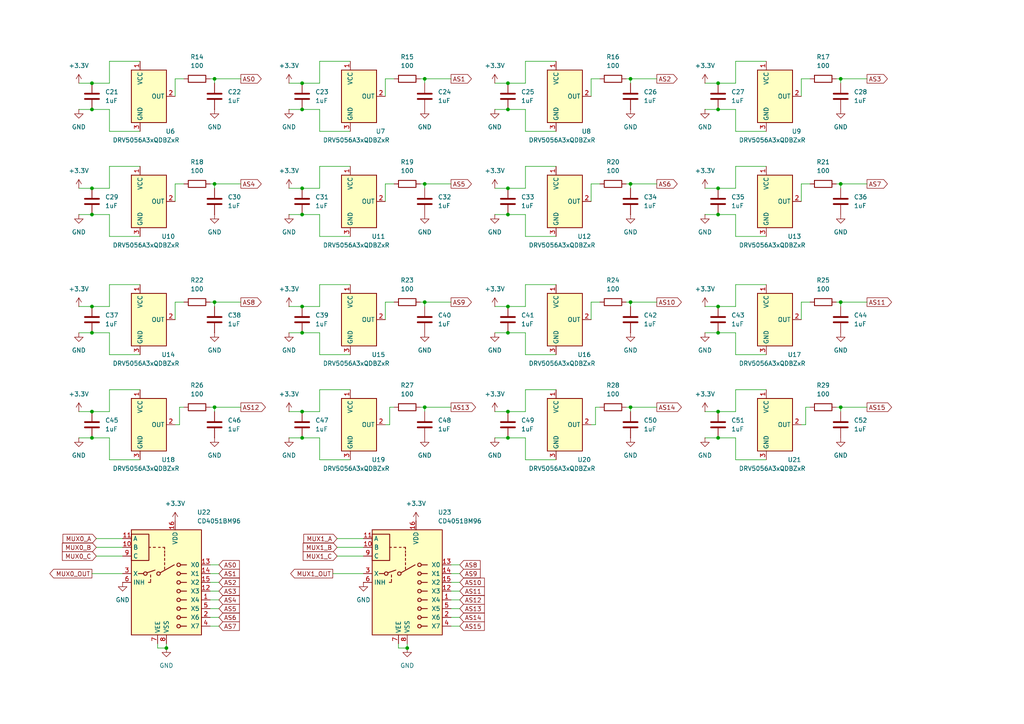
<source format=kicad_sch>
(kicad_sch (version 20231120) (generator "eeschema") (generator_version "8.0")
  (paper "A4")
  (lib_symbols
    (symbol "Analog_Switch:CD4051B"
      (property "Reference" "U" (at -10.16 16.51 0))
      (property "Value" "CD4051B" (at 3.81 16.51 0))
      (symbol "CD4051B_1_1"
        (pin bidirectional line (at 12.7 -5.08 180) (length 2.54) (name "X4") (number "1"))
        (pin input line (at -12.7 10.16 0) (length 2.54) (name "B") (number "10"))
        (pin input line (at -12.7 12.7 0) (length 2.54) (name "A") (number "11"))
        (pin bidirectional line (at 12.7 -2.54 180) (length 2.54) (name "X3") (number "12"))
        (pin bidirectional line (at 12.7 5.08 180) (length 2.54) (name "X0") (number "13"))
        (pin bidirectional line (at 12.7 2.54 180) (length 2.54) (name "X1") (number "14"))
        (pin bidirectional line (at 12.7 0 180) (length 2.54) (name "X2") (number "15"))
        (pin power_in line (at 2.54 17.78 270) (length 2.54) (name "VDD") (number "16"))
        (pin bidirectional line (at 12.7 -10.16 180) (length 2.54) (name "X6") (number "2"))
        (pin bidirectional line (at -12.7 2.54 0) (length 2.54) (name "X") (number "3"))
        (pin bidirectional line (at 12.7 -12.7 180) (length 2.54) (name "X7") (number "4"))
        (pin bidirectional line (at 12.7 -7.62 180) (length 2.54) (name "X5") (number "5"))
        (pin input line (at -12.7 0 0) (length 2.54) (name "INH") (number "6"))
        (pin power_in line (at -2.54 -17.78 90) (length 2.54) (name "VEE") (number "7"))
        (pin power_in line (at 0 -17.78 90) (length 2.54) (name "VSS") (number "8"))
        (pin input line (at -12.7 7.62 0) (length 2.54) (name "C") (number "9"))
      )
    )
    (symbol "Device:C" (pin_numbers hide) (pin_names (offset 0.254))
      (property "Reference" "C" (at 0.635 2.54 0))
      (property "Value" "C" (at 0.635 -2.54 0))
      (symbol "C_1_1"
        (pin passive line (at 0 3.81 270) (length 2.794) (name "~") (number "1"))
        (pin passive line (at 0 -3.81 90) (length 2.794) (name "~") (number "2"))
      )
    )
    (symbol "Device:R" (pin_numbers hide) (pin_names (offset 0))
      (property "Reference" "R" (at 2.032 0 90))
      (property "Value" "R" (at 0 0 90))
      (symbol "R_1_1"
        (pin passive line (at 0 3.81 270) (length 1.27) (name "~") (number "1"))
        (pin passive line (at 0 -3.81 90) (length 1.27) (name "~") (number "2"))
      )
    )
    (symbol "power:+3.3V" (power) (pin_numbers hide) (pin_names (offset 0) hide)
      (property "Value" "+3.3V" (at 0 3.556 0))
      (symbol "+3.3V_1_1"
        (pin power_in line (at 0 0 90) (length 0) (name "~") (number "1"))
      )
    )
    (symbol "power:GND" (power) (pin_numbers hide) (pin_names (offset 0) hide)
      (property "Value" "GND" (at 0 -3.81 0))
      (symbol "GND_1_1"
        (pin power_in line (at 0 0 270) (length 0) (name "~") (number "1"))
      )
    )
    (symbol "power:GNDA" (power) (pin_numbers hide) (pin_names (offset 0) hide)
      (property "Value" "GNDA" (at 0 -3.81 0))
      (symbol "GNDA_1_1"
        (pin power_in line (at 0 0 270) (length 0) (name "~") (number "1"))
      )
    )
    (symbol "power:VDDA" (power) (pin_numbers hide) (pin_names (offset 0) hide)
      (property "Value" "VDDA" (at 0 3.556 0))
      (symbol "VDDA_1_1"
        (pin power_in line (at 0 0 90) (length 0) (name "~") (number "1"))
      )
    )
    (symbol "udong_library:DRV5056A3xQDBZxR"
      (property "Reference" "U" (at 0.508 9.906 0))
      (property "Value" "DRV5056A3xQDBZxR" (at 7.874 -9.144 0))
      (symbol "DRV5056A3xQDBZxR_1_1"
        (pin power_in line (at -2.54 10.16 270) (length 2.54) (name "VCC") (number "1"))
        (pin output line (at 7.62 0 180) (length 2.54) (name "OUT") (number "2"))
        (pin power_in line (at -2.54 -10.16 90) (length 2.54) (name "GND") (number "3"))
      )
    )
  )
  (junction (at 87.63 62.23))
  (junction (at 208.28 24.13))
  (junction (at 26.67 62.23))
  (junction (at 26.67 88.9))
  (junction (at 87.63 88.9))
  (junction (at 147.32 54.61))
  (junction (at 26.67 54.61))
  (junction (at 123.19 87.63))
  (junction (at 147.32 96.52))
  (junction (at 147.32 127))
  (junction (at 87.63 24.13))
  (junction (at 147.32 31.75))
  (junction (at 182.88 53.34))
  (junction (at 26.67 96.52))
  (junction (at 147.32 24.13))
  (junction (at 26.67 31.75))
  (junction (at 48.26 187.96))
  (junction (at 208.28 31.75))
  (junction (at 243.84 53.34))
  (junction (at 182.88 87.63))
  (junction (at 208.28 54.61))
  (junction (at 208.28 62.23))
  (junction (at 123.19 22.86))
  (junction (at 118.11 187.96))
  (junction (at 208.28 88.9))
  (junction (at 62.23 22.86))
  (junction (at 87.63 127))
  (junction (at 243.84 118.11))
  (junction (at 62.23 87.63))
  (junction (at 87.63 54.61))
  (junction (at 87.63 96.52))
  (junction (at 208.28 127))
  (junction (at 243.84 22.86))
  (junction (at 147.32 119.38))
  (junction (at 87.63 119.38))
  (junction (at 208.28 96.52))
  (junction (at 182.88 118.11))
  (junction (at 26.67 127))
  (junction (at 87.63 31.75))
  (junction (at 62.23 53.34))
  (junction (at 243.84 87.63))
  (junction (at 123.19 53.34))
  (junction (at 147.32 88.9))
  (junction (at 123.19 118.11))
  (junction (at 26.67 119.38))
  (junction (at 182.88 22.86))
  (junction (at 208.28 119.38))
  (junction (at 26.67 24.13))
  (junction (at 147.32 62.23))
  (junction (at 62.23 118.11))
  (wire (pts (xy 152.4 68.58) (xy 161.29 68.58)))
  (wire (pts (xy 182.88 22.86) (xy 190.5 22.86)))
  (wire (pts (xy 213.36 102.87) (xy 222.25 102.87)))
  (wire (pts (xy 62.23 53.34) (xy 69.85 53.34)))
  (wire (pts (xy 152.4 54.61) (xy 152.4 48.26)))
  (wire (pts (xy 121.92 22.86) (xy 123.19 22.86)))
  (wire (pts (xy 213.36 113.03) (xy 222.25 113.03)))
  (wire (pts (xy 172.72 118.11) (xy 173.99 118.11)))
  (wire (pts (xy 147.32 62.23) (xy 152.4 62.23)))
  (wire (pts (xy 171.45 22.86) (xy 173.99 22.86)))
  (wire (pts (xy 171.45 87.63) (xy 171.45 92.71)))
  (wire (pts (xy 83.82 54.61) (xy 87.63 54.61)))
  (wire (pts (xy 152.4 31.75) (xy 152.4 38.1)))
  (wire (pts (xy 52.07 123.19) (xy 50.8 123.19)))
  (wire (pts (xy 213.36 48.26) (xy 222.25 48.26)))
  (wire (pts (xy 242.57 22.86) (xy 243.84 22.86)))
  (wire (pts (xy 83.82 96.52) (xy 87.63 96.52)))
  (wire (pts (xy 213.36 62.23) (xy 213.36 68.58)))
  (wire (pts (xy 92.71 127) (xy 92.71 133.35)))
  (wire (pts (xy 111.76 87.63) (xy 114.3 87.63)))
  (wire (pts (xy 147.32 96.52) (xy 152.4 96.52)))
  (wire (pts (xy 204.47 62.23) (xy 208.28 62.23)))
  (wire (pts (xy 97.79 158.75) (xy 105.41 158.75)))
  (wire (pts (xy 152.4 82.55) (xy 161.29 82.55)))
  (wire (pts (xy 92.71 54.61) (xy 92.71 48.26)))
  (wire (pts (xy 118.11 187.96) (xy 118.11 186.69)))
  (wire (pts (xy 213.36 38.1) (xy 222.25 38.1)))
  (wire (pts (xy 181.61 53.34) (xy 182.88 53.34)))
  (wire (pts (xy 243.84 22.86) (xy 243.84 24.13)))
  (wire (pts (xy 213.36 127) (xy 213.36 133.35)))
  (wire (pts (xy 26.67 96.52) (xy 31.75 96.52)))
  (wire (pts (xy 123.19 53.34) (xy 123.19 54.61)))
  (wire (pts (xy 182.88 87.63) (xy 182.88 88.9)))
  (wire (pts (xy 113.03 123.19) (xy 111.76 123.19)))
  (wire (pts (xy 52.07 118.11) (xy 52.07 123.19)))
  (wire (pts (xy 208.28 88.9) (xy 213.36 88.9)))
  (wire (pts (xy 96.52 166.37) (xy 105.41 166.37)))
  (wire (pts (xy 31.75 24.13) (xy 31.75 17.78)))
  (wire (pts (xy 171.45 53.34) (xy 173.99 53.34)))
  (wire (pts (xy 204.47 31.75) (xy 208.28 31.75)))
  (wire (pts (xy 208.28 24.13) (xy 213.36 24.13)))
  (wire (pts (xy 147.32 24.13) (xy 152.4 24.13)))
  (wire (pts (xy 172.72 118.11) (xy 172.72 123.19)))
  (wire (pts (xy 182.88 87.63) (xy 190.5 87.63)))
  (wire (pts (xy 143.51 96.52) (xy 147.32 96.52)))
  (wire (pts (xy 83.82 62.23) (xy 87.63 62.23)))
  (wire (pts (xy 83.82 88.9) (xy 87.63 88.9)))
  (wire (pts (xy 243.84 87.63) (xy 243.84 88.9)))
  (wire (pts (xy 111.76 22.86) (xy 111.76 27.94)))
  (wire (pts (xy 62.23 87.63) (xy 69.85 87.63)))
  (wire (pts (xy 133.35 173.99) (xy 130.81 173.99)))
  (wire (pts (xy 204.47 119.38) (xy 208.28 119.38)))
  (wire (pts (xy 143.51 31.75) (xy 147.32 31.75)))
  (wire (pts (xy 182.88 118.11) (xy 190.5 118.11)))
  (wire (pts (xy 171.45 22.86) (xy 171.45 27.94)))
  (wire (pts (xy 87.63 54.61) (xy 92.71 54.61)))
  (wire (pts (xy 213.36 17.78) (xy 222.25 17.78)))
  (wire (pts (xy 92.71 48.26) (xy 101.6 48.26)))
  (wire (pts (xy 152.4 119.38) (xy 152.4 113.03)))
  (wire (pts (xy 63.5 166.37) (xy 60.96 166.37)))
  (wire (pts (xy 63.5 179.07) (xy 60.96 179.07)))
  (wire (pts (xy 26.67 88.9) (xy 31.75 88.9)))
  (wire (pts (xy 147.32 127) (xy 152.4 127)))
  (wire (pts (xy 152.4 96.52) (xy 152.4 102.87)))
  (wire (pts (xy 147.32 119.38) (xy 152.4 119.38)))
  (wire (pts (xy 31.75 48.26) (xy 40.64 48.26)))
  (wire (pts (xy 22.86 127) (xy 26.67 127)))
  (wire (pts (xy 232.41 87.63) (xy 234.95 87.63)))
  (wire (pts (xy 31.75 119.38) (xy 31.75 113.03)))
  (wire (pts (xy 204.47 24.13) (xy 208.28 24.13)))
  (wire (pts (xy 22.86 24.13) (xy 26.67 24.13)))
  (wire (pts (xy 27.94 156.21) (xy 35.56 156.21)))
  (wire (pts (xy 26.67 54.61) (xy 31.75 54.61)))
  (wire (pts (xy 115.57 187.96) (xy 115.57 186.69)))
  (wire (pts (xy 213.36 133.35) (xy 222.25 133.35)))
  (wire (pts (xy 143.51 119.38) (xy 147.32 119.38)))
  (wire (pts (xy 92.71 119.38) (xy 92.71 113.03)))
  (wire (pts (xy 143.51 88.9) (xy 147.32 88.9)))
  (wire (pts (xy 208.28 54.61) (xy 213.36 54.61)))
  (wire (pts (xy 233.68 118.11) (xy 234.95 118.11)))
  (wire (pts (xy 243.84 53.34) (xy 251.46 53.34)))
  (wire (pts (xy 63.5 173.99) (xy 60.96 173.99)))
  (wire (pts (xy 152.4 24.13) (xy 152.4 17.78)))
  (wire (pts (xy 22.86 119.38) (xy 26.67 119.38)))
  (wire (pts (xy 232.41 22.86) (xy 232.41 27.94)))
  (wire (pts (xy 172.72 123.19) (xy 171.45 123.19)))
  (wire (pts (xy 83.82 127) (xy 87.63 127)))
  (wire (pts (xy 92.71 17.78) (xy 101.6 17.78)))
  (wire (pts (xy 182.88 22.86) (xy 182.88 24.13)))
  (wire (pts (xy 123.19 118.11) (xy 123.19 119.38)))
  (wire (pts (xy 92.71 88.9) (xy 92.71 82.55)))
  (wire (pts (xy 60.96 87.63) (xy 62.23 87.63)))
  (wire (pts (xy 60.96 118.11) (xy 62.23 118.11)))
  (wire (pts (xy 152.4 113.03) (xy 161.29 113.03)))
  (wire (pts (xy 92.71 133.35) (xy 101.6 133.35)))
  (wire (pts (xy 143.51 62.23) (xy 147.32 62.23)))
  (wire (pts (xy 182.88 118.11) (xy 182.88 119.38)))
  (wire (pts (xy 31.75 113.03) (xy 40.64 113.03)))
  (wire (pts (xy 213.36 88.9) (xy 213.36 82.55)))
  (wire (pts (xy 62.23 22.86) (xy 62.23 24.13)))
  (wire (pts (xy 87.63 88.9) (xy 92.71 88.9)))
  (wire (pts (xy 208.28 96.52) (xy 213.36 96.52)))
  (wire (pts (xy 171.45 53.34) (xy 171.45 58.42)))
  (wire (pts (xy 133.35 168.91) (xy 130.81 168.91)))
  (wire (pts (xy 62.23 118.11) (xy 62.23 119.38)))
  (wire (pts (xy 213.36 82.55) (xy 222.25 82.55)))
  (wire (pts (xy 213.36 24.13) (xy 213.36 17.78)))
  (wire (pts (xy 152.4 38.1) (xy 161.29 38.1)))
  (wire (pts (xy 208.28 31.75) (xy 213.36 31.75)))
  (wire (pts (xy 143.51 127) (xy 147.32 127)))
  (wire (pts (xy 22.86 54.61) (xy 26.67 54.61)))
  (wire (pts (xy 152.4 62.23) (xy 152.4 68.58)))
  (wire (pts (xy 50.8 53.34) (xy 53.34 53.34)))
  (wire (pts (xy 92.71 24.13) (xy 92.71 17.78)))
  (wire (pts (xy 63.5 181.61) (xy 60.96 181.61)))
  (wire (pts (xy 133.35 179.07) (xy 130.81 179.07)))
  (wire (pts (xy 27.94 158.75) (xy 35.56 158.75)))
  (wire (pts (xy 233.68 118.11) (xy 233.68 123.19)))
  (wire (pts (xy 242.57 118.11) (xy 243.84 118.11)))
  (wire (pts (xy 152.4 102.87) (xy 161.29 102.87)))
  (wire (pts (xy 133.35 163.83) (xy 130.81 163.83)))
  (wire (pts (xy 83.82 31.75) (xy 87.63 31.75)))
  (wire (pts (xy 62.23 118.11) (xy 69.85 118.11)))
  (wire (pts (xy 204.47 88.9) (xy 208.28 88.9)))
  (wire (pts (xy 232.41 22.86) (xy 234.95 22.86)))
  (wire (pts (xy 152.4 127) (xy 152.4 133.35)))
  (wire (pts (xy 133.35 171.45) (xy 130.81 171.45)))
  (wire (pts (xy 22.86 62.23) (xy 26.67 62.23)))
  (wire (pts (xy 242.57 53.34) (xy 243.84 53.34)))
  (wire (pts (xy 123.19 53.34) (xy 130.81 53.34)))
  (wire (pts (xy 92.71 68.58) (xy 101.6 68.58)))
  (wire (pts (xy 115.57 187.96) (xy 118.11 187.96)))
  (wire (pts (xy 243.84 118.11) (xy 243.84 119.38)))
  (wire (pts (xy 232.41 53.34) (xy 234.95 53.34)))
  (wire (pts (xy 92.71 38.1) (xy 101.6 38.1)))
  (wire (pts (xy 111.76 87.63) (xy 111.76 92.71)))
  (wire (pts (xy 123.19 118.11) (xy 130.81 118.11)))
  (wire (pts (xy 87.63 24.13) (xy 92.71 24.13)))
  (wire (pts (xy 233.68 123.19) (xy 232.41 123.19)))
  (wire (pts (xy 113.03 118.11) (xy 113.03 123.19)))
  (wire (pts (xy 123.19 87.63) (xy 130.81 87.63)))
  (wire (pts (xy 50.8 87.63) (xy 50.8 92.71)))
  (wire (pts (xy 97.79 156.21) (xy 105.41 156.21)))
  (wire (pts (xy 63.5 171.45) (xy 60.96 171.45)))
  (wire (pts (xy 208.28 119.38) (xy 213.36 119.38)))
  (wire (pts (xy 243.84 87.63) (xy 251.46 87.63)))
  (wire (pts (xy 26.67 127) (xy 31.75 127)))
  (wire (pts (xy 26.67 62.23) (xy 31.75 62.23)))
  (wire (pts (xy 31.75 54.61) (xy 31.75 48.26)))
  (wire (pts (xy 204.47 96.52) (xy 208.28 96.52)))
  (wire (pts (xy 31.75 82.55) (xy 40.64 82.55)))
  (wire (pts (xy 213.36 96.52) (xy 213.36 102.87)))
  (wire (pts (xy 31.75 31.75) (xy 31.75 38.1)))
  (wire (pts (xy 31.75 127) (xy 31.75 133.35)))
  (wire (pts (xy 31.75 38.1) (xy 40.64 38.1)))
  (wire (pts (xy 50.8 87.63) (xy 53.34 87.63)))
  (wire (pts (xy 111.76 53.34) (xy 114.3 53.34)))
  (wire (pts (xy 182.88 53.34) (xy 182.88 54.61)))
  (wire (pts (xy 97.79 161.29) (xy 105.41 161.29)))
  (wire (pts (xy 92.71 31.75) (xy 92.71 38.1)))
  (wire (pts (xy 182.88 53.34) (xy 190.5 53.34)))
  (wire (pts (xy 60.96 53.34) (xy 62.23 53.34)))
  (wire (pts (xy 213.36 31.75) (xy 213.36 38.1)))
  (wire (pts (xy 213.36 54.61) (xy 213.36 48.26)))
  (wire (pts (xy 147.32 88.9) (xy 152.4 88.9)))
  (wire (pts (xy 22.86 96.52) (xy 26.67 96.52)))
  (wire (pts (xy 133.35 181.61) (xy 130.81 181.61)))
  (wire (pts (xy 111.76 22.86) (xy 114.3 22.86)))
  (wire (pts (xy 50.8 53.34) (xy 50.8 58.42)))
  (wire (pts (xy 92.71 102.87) (xy 101.6 102.87)))
  (wire (pts (xy 213.36 68.58) (xy 222.25 68.58)))
  (wire (pts (xy 62.23 53.34) (xy 62.23 54.61)))
  (wire (pts (xy 63.5 176.53) (xy 60.96 176.53)))
  (wire (pts (xy 242.57 87.63) (xy 243.84 87.63)))
  (wire (pts (xy 87.63 62.23) (xy 92.71 62.23)))
  (wire (pts (xy 152.4 88.9) (xy 152.4 82.55)))
  (wire (pts (xy 27.94 161.29) (xy 35.56 161.29)))
  (wire (pts (xy 181.61 22.86) (xy 182.88 22.86)))
  (wire (pts (xy 31.75 88.9) (xy 31.75 82.55)))
  (wire (pts (xy 204.47 54.61) (xy 208.28 54.61)))
  (wire (pts (xy 121.92 87.63) (xy 123.19 87.63)))
  (wire (pts (xy 92.71 113.03) (xy 101.6 113.03)))
  (wire (pts (xy 181.61 118.11) (xy 182.88 118.11)))
  (wire (pts (xy 26.67 24.13) (xy 31.75 24.13)))
  (wire (pts (xy 208.28 62.23) (xy 213.36 62.23)))
  (wire (pts (xy 62.23 87.63) (xy 62.23 88.9)))
  (wire (pts (xy 83.82 24.13) (xy 87.63 24.13)))
  (wire (pts (xy 133.35 176.53) (xy 130.81 176.53)))
  (wire (pts (xy 123.19 87.63) (xy 123.19 88.9)))
  (wire (pts (xy 147.32 31.75) (xy 152.4 31.75)))
  (wire (pts (xy 92.71 96.52) (xy 92.71 102.87)))
  (wire (pts (xy 111.76 53.34) (xy 111.76 58.42)))
  (wire (pts (xy 87.63 119.38) (xy 92.71 119.38)))
  (wire (pts (xy 87.63 127) (xy 92.71 127)))
  (wire (pts (xy 123.19 22.86) (xy 130.81 22.86)))
  (wire (pts (xy 133.35 166.37) (xy 130.81 166.37)))
  (wire (pts (xy 243.84 118.11) (xy 251.46 118.11)))
  (wire (pts (xy 87.63 96.52) (xy 92.71 96.52)))
  (wire (pts (xy 26.67 119.38) (xy 31.75 119.38)))
  (wire (pts (xy 31.75 133.35) (xy 40.64 133.35)))
  (wire (pts (xy 31.75 17.78) (xy 40.64 17.78)))
  (wire (pts (xy 50.8 22.86) (xy 50.8 27.94)))
  (wire (pts (xy 45.72 187.96) (xy 45.72 186.69)))
  (wire (pts (xy 143.51 24.13) (xy 147.32 24.13)))
  (wire (pts (xy 31.75 96.52) (xy 31.75 102.87)))
  (wire (pts (xy 243.84 22.86) (xy 251.46 22.86)))
  (wire (pts (xy 45.72 187.96) (xy 48.26 187.96)))
  (wire (pts (xy 26.67 166.37) (xy 35.56 166.37)))
  (wire (pts (xy 83.82 119.38) (xy 87.63 119.38)))
  (wire (pts (xy 63.5 168.91) (xy 60.96 168.91)))
  (wire (pts (xy 208.28 127) (xy 213.36 127)))
  (wire (pts (xy 63.5 163.83) (xy 60.96 163.83)))
  (wire (pts (xy 52.07 118.11) (xy 53.34 118.11)))
  (wire (pts (xy 213.36 119.38) (xy 213.36 113.03)))
  (wire (pts (xy 31.75 68.58) (xy 40.64 68.58)))
  (wire (pts (xy 123.19 22.86) (xy 123.19 24.13)))
  (wire (pts (xy 60.96 22.86) (xy 62.23 22.86)))
  (wire (pts (xy 152.4 17.78) (xy 161.29 17.78)))
  (wire (pts (xy 31.75 102.87) (xy 40.64 102.87)))
  (wire (pts (xy 181.61 87.63) (xy 182.88 87.63)))
  (wire (pts (xy 48.26 187.96) (xy 48.26 186.69)))
  (wire (pts (xy 171.45 87.63) (xy 173.99 87.63)))
  (wire (pts (xy 50.8 22.86) (xy 53.34 22.86)))
  (wire (pts (xy 147.32 54.61) (xy 152.4 54.61)))
  (wire (pts (xy 92.71 62.23) (xy 92.71 68.58)))
  (wire (pts (xy 31.75 62.23) (xy 31.75 68.58)))
  (wire (pts (xy 92.71 82.55) (xy 101.6 82.55)))
  (wire (pts (xy 26.67 31.75) (xy 31.75 31.75)))
  (wire (pts (xy 204.47 127) (xy 208.28 127)))
  (wire (pts (xy 121.92 53.34) (xy 123.19 53.34)))
  (wire (pts (xy 62.23 22.86) (xy 69.85 22.86)))
  (wire (pts (xy 22.86 88.9) (xy 26.67 88.9)))
  (wire (pts (xy 87.63 31.75) (xy 92.71 31.75)))
  (wire (pts (xy 243.84 53.34) (xy 243.84 54.61)))
  (wire (pts (xy 232.41 53.34) (xy 232.41 58.42)))
  (wire (pts (xy 22.86 31.75) (xy 26.67 31.75)))
  (wire (pts (xy 232.41 87.63) (xy 232.41 92.71)))
  (wire (pts (xy 121.92 118.11) (xy 123.19 118.11)))
  (wire (pts (xy 143.51 54.61) (xy 147.32 54.61)))
  (wire (pts (xy 152.4 133.35) (xy 161.29 133.35)))
  (wire (pts (xy 152.4 48.26) (xy 161.29 48.26)))
  (wire (pts (xy 113.03 118.11) (xy 114.3 118.11)))
  (global_label "AS11" (shape input) (at 133.35 171.45 0) (property "Intersheetrefs" "${INTERSHEET_REFS}" (effects (hide yes))))
  (global_label "MUX1_OUT" (shape output) (at 96.52 166.37 180) (property "Intersheetrefs" "${INTERSHEET_REFS}" (effects (hide yes))))
  (global_label "AS11" (shape output) (at 251.46 87.63 0) (property "Intersheetrefs" "${INTERSHEET_REFS}" (effects (hide yes))))
  (global_label "AS12" (shape output) (at 69.85 118.11 0) (property "Intersheetrefs" "${INTERSHEET_REFS}" (effects (hide yes))))
  (global_label "AS15" (shape input) (at 133.35 181.61 0) (property "Intersheetrefs" "${INTERSHEET_REFS}" (effects (hide yes))))
  (global_label "AS3" (shape input) (at 63.5 171.45 0) (property "Intersheetrefs" "${INTERSHEET_REFS}" (effects (hide yes))))
  (global_label "AS0" (shape output) (at 69.85 22.86 0) (property "Intersheetrefs" "${INTERSHEET_REFS}" (effects (hide yes))))
  (global_label "AS12" (shape input) (at 133.35 173.99 0) (property "Intersheetrefs" "${INTERSHEET_REFS}" (effects (hide yes))))
  (global_label "AS4" (shape output) (at 69.85 53.34 0) (property "Intersheetrefs" "${INTERSHEET_REFS}" (effects (hide yes))))
  (global_label "MUX0_C" (shape input) (at 27.94 161.29 180) (property "Intersheetrefs" "${INTERSHEET_REFS}" (effects (hide yes))))
  (global_label "AS3" (shape output) (at 251.46 22.86 0) (property "Intersheetrefs" "${INTERSHEET_REFS}" (effects (hide yes))))
  (global_label "AS5" (shape input) (at 63.5 176.53 0) (property "Intersheetrefs" "${INTERSHEET_REFS}" (effects (hide yes))))
  (global_label "MUX0_A" (shape input) (at 27.94 156.21 180) (property "Intersheetrefs" "${INTERSHEET_REFS}" (effects (hide yes))))
  (global_label "AS6" (shape input) (at 63.5 179.07 0) (property "Intersheetrefs" "${INTERSHEET_REFS}" (effects (hide yes))))
  (global_label "AS1" (shape input) (at 63.5 166.37 0) (property "Intersheetrefs" "${INTERSHEET_REFS}" (effects (hide yes))))
  (global_label "AS2" (shape input) (at 63.5 168.91 0) (property "Intersheetrefs" "${INTERSHEET_REFS}" (effects (hide yes))))
  (global_label "AS0" (shape input) (at 63.5 163.83 0) (property "Intersheetrefs" "${INTERSHEET_REFS}" (effects (hide yes))))
  (global_label "AS13" (shape input) (at 133.35 176.53 0) (property "Intersheetrefs" "${INTERSHEET_REFS}" (effects (hide yes))))
  (global_label "MUX1_A" (shape input) (at 97.79 156.21 180) (property "Intersheetrefs" "${INTERSHEET_REFS}" (effects (hide yes))))
  (global_label "MUX1_B" (shape input) (at 97.79 158.75 180) (property "Intersheetrefs" "${INTERSHEET_REFS}" (effects (hide yes))))
  (global_label "AS10" (shape output) (at 190.5 87.63 0) (property "Intersheetrefs" "${INTERSHEET_REFS}" (effects (hide yes))))
  (global_label "MUX0_B" (shape input) (at 27.94 158.75 180) (property "Intersheetrefs" "${INTERSHEET_REFS}" (effects (hide yes))))
  (global_label "MUX1_C" (shape input) (at 97.79 161.29 180) (property "Intersheetrefs" "${INTERSHEET_REFS}" (effects (hide yes))))
  (global_label "AS2" (shape output) (at 190.5 22.86 0) (property "Intersheetrefs" "${INTERSHEET_REFS}" (effects (hide yes))))
  (global_label "AS1" (shape output) (at 130.81 22.86 0) (property "Intersheetrefs" "${INTERSHEET_REFS}" (effects (hide yes))))
  (global_label "AS13" (shape output) (at 130.81 118.11 0) (property "Intersheetrefs" "${INTERSHEET_REFS}" (effects (hide yes))))
  (global_label "AS14" (shape input) (at 133.35 179.07 0) (property "Intersheetrefs" "${INTERSHEET_REFS}" (effects (hide yes))))
  (global_label "AS10" (shape input) (at 133.35 168.91 0) (property "Intersheetrefs" "${INTERSHEET_REFS}" (effects (hide yes))))
  (global_label "AS7" (shape output) (at 251.46 53.34 0) (property "Intersheetrefs" "${INTERSHEET_REFS}" (effects (hide yes))))
  (global_label "AS9" (shape output) (at 130.81 87.63 0) (property "Intersheetrefs" "${INTERSHEET_REFS}" (effects (hide yes))))
  (global_label "AS7" (shape input) (at 63.5 181.61 0) (property "Intersheetrefs" "${INTERSHEET_REFS}" (effects (hide yes))))
  (global_label "AS5" (shape output) (at 130.81 53.34 0) (property "Intersheetrefs" "${INTERSHEET_REFS}" (effects (hide yes))))
  (global_label "AS14" (shape output) (at 190.5 118.11 0) (property "Intersheetrefs" "${INTERSHEET_REFS}" (effects (hide yes))))
  (global_label "AS8" (shape input) (at 133.35 163.83 0) (property "Intersheetrefs" "${INTERSHEET_REFS}" (effects (hide yes))))
  (global_label "AS6" (shape output) (at 190.5 53.34 0) (property "Intersheetrefs" "${INTERSHEET_REFS}" (effects (hide yes))))
  (global_label "AS9" (shape input) (at 133.35 166.37 0) (property "Intersheetrefs" "${INTERSHEET_REFS}" (effects (hide yes))))
  (global_label "AS15" (shape output) (at 251.46 118.11 0) (property "Intersheetrefs" "${INTERSHEET_REFS}" (effects (hide yes))))
  (global_label "AS4" (shape input) (at 63.5 173.99 0) (property "Intersheetrefs" "${INTERSHEET_REFS}" (effects (hide yes))))
  (global_label "MUX0_OUT" (shape output) (at 26.67 166.37 180) (property "Intersheetrefs" "${INTERSHEET_REFS}" (effects (hide yes))))
  (global_label "AS8" (shape output) (at 69.85 87.63 0) (property "Intersheetrefs" "${INTERSHEET_REFS}" (effects (hide yes))))
  (symbol (lib_id "Device:C") (at 243.84 92.71 180) (unit 1)
    (property "Reference" "C44" (at 247.65 91.4399 0) (effects (justify right)))
    (property "Value" "1uF" (at 247.65 93.9799 0) (effects (justify right)))
    (property "Footprint" "Capacitor_SMD:C_0603_1608Metric" (effects (hide yes)))
    (property "Description" "Unpolarized capacitor" (effects (hide yes)))
  )
  (symbol (lib_id "Device:R") (at 57.15 22.86 90) (unit 1)
    (property "Reference" "R14" (at 57.15 16.51 90))
    (property "Value" "100" (at 57.15 19.05 90))
    (property "Footprint" "Resistor_SMD:R_0603_1608Metric" (effects (hide yes)))
    (property "Description" "Resistor" (effects (hide yes)))
    (instances (project "" (path "" (reference "R14") (unit 1))) (project "" (path "" (reference "R1") (unit 1))))
  )
  (symbol (lib_id "power:GND") (at 22.86 96.52 0) (unit 1)
    (property "Reference" "#PWR077" (effects (hide yes)))
    (property "Value" "GND" (at 22.86 101.6 0))
    (property "Description" "Power symbol creates a global label with name \"GND\" , ground" (effects (hide yes)))
  )
  (symbol (lib_id "power:GNDA") (at 62.23 31.75 0) (unit 1)
    (property "Reference" "#PWR054" (effects (hide yes)))
    (property "Value" "GND" (at 62.23 36.83 0))
    (property "Description" "Power symbol creates a global label with name \"GNDA\" , analog ground" (effects (hide yes)))
    (instances (project "" (path "" (reference "#PWR054") (unit 1))) (project "analog_switch_tester" (path "" (reference "#PWR07") (unit 1))))
  )
  (symbol (lib_id "Device:C") (at 208.28 58.42 180) (unit 1)
    (property "Reference" "C35" (at 212.09 57.1499 0) (effects (justify right)))
    (property "Value" "1uF" (at 212.09 59.6899 0) (effects (justify right)))
    (property "Footprint" "Capacitor_SMD:C_0603_1608Metric" (effects (hide yes)))
    (property "Description" "Unpolarized capacitor" (effects (hide yes)))
  )
  (symbol (lib_id "power:GND") (at 35.56 168.91 0) (unit 1)
    (property "Reference" "#PWR099" (effects (hide yes)))
    (property "Value" "GND" (at 35.56 173.99 0))
    (property "Description" "Power symbol creates a global label with name \"GND\" , ground" (effects (hide yes)))
  )
  (symbol (lib_id "power:VDDA") (at 22.86 119.38 0) (unit 1)
    (property "Reference" "#PWR085" (effects (hide yes)))
    (property "Value" "+3.3V" (at 22.86 114.3 0))
    (property "Description" "Power symbol creates a global label with name \"VDDA\"" (effects (hide yes)))
  )
  (symbol (lib_id "udong_library:DRV5056A3xQDBZxR") (at 104.14 58.42 0) (unit 1)
    (property "Reference" "U11" (at 111.76 68.58 0) (effects (justify right)))
    (property "Value" "DRV5056A3xQDBZxR" (at 113.03 71.12 0) (effects (justify right)))
    (property "Footprint" "Udong:SW_Cherry_MX_PCB_1.00u_hall_effect" (effects (hide yes)))
    (property "Datasheet" "https://www.ti.com/lit/ds/symlink/drv5056.pdf" (effects (hide yes)))
    (property "Description" "Unipolar 50 mV/mT,+79-mT, 20-kHz, 3.3/5V, SOT-23" (effects (hide yes)))
  )
  (symbol (lib_id "power:GND") (at 83.82 62.23 0) (unit 1)
    (property "Reference" "#PWR067" (effects (hide yes)))
    (property "Value" "GND" (at 83.82 67.31 0))
    (property "Description" "Power symbol creates a global label with name \"GND\" , ground" (effects (hide yes)))
  )
  (symbol (lib_id "power:VDDA") (at 204.47 119.38 0) (unit 1)
    (property "Reference" "#PWR088" (effects (hide yes)))
    (property "Value" "+3.3V" (at 204.47 114.3 0))
    (property "Description" "Power symbol creates a global label with name \"VDDA\"" (effects (hide yes)))
  )
  (symbol (lib_id "Device:C") (at 243.84 123.19 180) (unit 1)
    (property "Reference" "C52" (at 247.65 121.9199 0) (effects (justify right)))
    (property "Value" "1uF" (at 247.65 124.4599 0) (effects (justify right)))
    (property "Footprint" "Capacitor_SMD:C_0603_1608Metric" (effects (hide yes)))
    (property "Description" "Unpolarized capacitor" (effects (hide yes)))
  )
  (symbol (lib_id "power:GND") (at 204.47 96.52 0) (unit 1)
    (property "Reference" "#PWR083" (effects (hide yes)))
    (property "Value" "GND" (at 204.47 101.6 0))
    (property "Description" "Power symbol creates a global label with name \"GND\" , ground" (effects (hide yes)))
  )
  (symbol (lib_id "power:VDDA") (at 204.47 54.61 0) (unit 1)
    (property "Reference" "#PWR064" (effects (hide yes)))
    (property "Value" "+3.3V" (at 204.47 49.53 0))
    (property "Description" "Power symbol creates a global label with name \"VDDA\"" (effects (hide yes)))
  )
  (symbol (lib_id "power:GND") (at 105.41 168.91 0) (unit 1)
    (property "Reference" "#PWR0100" (effects (hide yes)))
    (property "Value" "GND" (at 105.41 173.99 0))
    (property "Description" "Power symbol creates a global label with name \"GND\" , ground" (effects (hide yes)))
  )
  (symbol (lib_id "Device:R") (at 238.76 118.11 90) (unit 1)
    (property "Reference" "R29" (at 238.76 111.76 90))
    (property "Value" "100" (at 238.76 114.3 90))
    (property "Footprint" "Resistor_SMD:R_0603_1608Metric" (effects (hide yes)))
    (property "Description" "Resistor" (effects (hide yes)))
  )
  (symbol (lib_id "Device:C") (at 26.67 123.19 180) (unit 1)
    (property "Reference" "C45" (at 30.48 121.9199 0) (effects (justify right)))
    (property "Value" "1uF" (at 30.48 124.4599 0) (effects (justify right)))
    (property "Footprint" "Capacitor_SMD:C_0603_1608Metric" (effects (hide yes)))
    (property "Description" "Unpolarized capacitor" (effects (hide yes)))
  )
  (symbol (lib_id "Device:C") (at 147.32 27.94 180) (unit 1)
    (property "Reference" "C25" (at 151.13 26.6699 0) (effects (justify right)))
    (property "Value" "1uF" (at 151.13 29.2099 0) (effects (justify right)))
    (property "Footprint" "Capacitor_SMD:C_0603_1608Metric" (effects (hide yes)))
    (property "Description" "Unpolarized capacitor" (effects (hide yes)))
  )
  (symbol (lib_id "Device:C") (at 62.23 58.42 180) (unit 1)
    (property "Reference" "C30" (at 66.04 57.1499 0) (effects (justify right)))
    (property "Value" "1uF" (at 66.04 59.6899 0) (effects (justify right)))
    (property "Footprint" "Capacitor_SMD:C_0603_1608Metric" (effects (hide yes)))
    (property "Description" "Unpolarized capacitor" (effects (hide yes)))
  )
  (symbol (lib_id "power:GNDA") (at 243.84 96.52 0) (unit 1)
    (property "Reference" "#PWR084" (effects (hide yes)))
    (property "Value" "GND" (at 243.84 101.6 0))
    (property "Description" "Power symbol creates a global label with name \"GNDA\" , analog ground" (effects (hide yes)))
  )
  (symbol (lib_id "udong_library:DRV5056A3xQDBZxR") (at 224.79 123.19 0) (unit 1)
    (property "Reference" "U21" (at 232.41 133.35 0) (effects (justify right)))
    (property "Value" "DRV5056A3xQDBZxR" (at 233.68 135.89 0) (effects (justify right)))
    (property "Footprint" "Udong:SW_Cherry_MX_PCB_1.00u_hall_effect" (effects (hide yes)))
    (property "Datasheet" "https://www.ti.com/lit/ds/symlink/drv5056.pdf" (effects (hide yes)))
    (property "Description" "Unipolar 50 mV/mT,+79-mT, 20-kHz, 3.3/5V, SOT-23" (effects (hide yes)))
  )
  (symbol (lib_id "power:VDDA") (at 143.51 88.9 0) (unit 1)
    (property "Reference" "#PWR075" (effects (hide yes)))
    (property "Value" "+3.3V" (at 143.51 83.82 0))
    (property "Description" "Power symbol creates a global label with name \"VDDA\"" (effects (hide yes)))
  )
  (symbol (lib_id "Device:C") (at 182.88 123.19 180) (unit 1)
    (property "Reference" "C50" (at 186.69 121.9199 0) (effects (justify right)))
    (property "Value" "1uF" (at 186.69 124.4599 0) (effects (justify right)))
    (property "Footprint" "Capacitor_SMD:C_0603_1608Metric" (effects (hide yes)))
    (property "Description" "Unpolarized capacitor" (effects (hide yes)))
  )
  (symbol (lib_id "Device:R") (at 118.11 118.11 90) (unit 1)
    (property "Reference" "R27" (at 118.11 111.76 90))
    (property "Value" "100" (at 118.11 114.3 90))
    (property "Footprint" "Resistor_SMD:R_0603_1608Metric" (effects (hide yes)))
    (property "Description" "Resistor" (effects (hide yes)))
  )
  (symbol (lib_id "power:VDDA") (at 83.82 119.38 0) (unit 1)
    (property "Reference" "#PWR086" (effects (hide yes)))
    (property "Value" "+3.3V" (at 83.82 114.3 0))
    (property "Description" "Power symbol creates a global label with name \"VDDA\"" (effects (hide yes)))
  )
  (symbol (lib_id "power:GND") (at 118.11 187.96 0) (unit 1)
    (property "Reference" "#PWR0102" (effects (hide yes)))
    (property "Value" "GND" (at 118.11 193.04 0))
    (property "Description" "Power symbol creates a global label with name \"GND\" , ground" (effects (hide yes)))
  )
  (symbol (lib_id "power:GND") (at 83.82 127 0) (unit 1)
    (property "Reference" "#PWR091" (effects (hide yes)))
    (property "Value" "GND" (at 83.82 132.08 0))
    (property "Description" "Power symbol creates a global label with name \"GND\" , ground" (effects (hide yes)))
  )
  (symbol (lib_id "power:GNDA") (at 243.84 31.75 0) (unit 1)
    (property "Reference" "#PWR060" (effects (hide yes)))
    (property "Value" "GND" (at 243.84 36.83 0))
    (property "Description" "Power symbol creates a global label with name \"GNDA\" , analog ground" (effects (hide yes)))
  )
  (symbol (lib_id "udong_library:DRV5056A3xQDBZxR") (at 163.83 27.94 0) (unit 1)
    (property "Reference" "U8" (at 171.45 38.1 0) (effects (justify right)))
    (property "Value" "DRV5056A3xQDBZxR" (at 172.72 40.64 0) (effects (justify right)))
    (property "Footprint" "Udong:SW_Cherry_MX_PCB_1.00u_hall_effect" (effects (hide yes)))
    (property "Datasheet" "https://www.ti.com/lit/ds/symlink/drv5056.pdf" (effects (hide yes)))
    (property "Description" "Unipolar 50 mV/mT,+79-mT, 20-kHz, 3.3/5V, SOT-23" (effects (hide yes)))
  )
  (symbol (lib_id "udong_library:DRV5056A3xQDBZxR") (at 163.83 92.71 0) (unit 1)
    (property "Reference" "U16" (at 171.45 102.87 0) (effects (justify right)))
    (property "Value" "DRV5056A3xQDBZxR" (at 172.72 105.41 0) (effects (justify right)))
    (property "Footprint" "Udong:SW_Cherry_MX_PCB_1.00u_hall_effect" (effects (hide yes)))
    (property "Datasheet" "https://www.ti.com/lit/ds/symlink/drv5056.pdf" (effects (hide yes)))
    (property "Description" "Unipolar 50 mV/mT,+79-mT, 20-kHz, 3.3/5V, SOT-23" (effects (hide yes)))
  )
  (symbol (lib_id "Device:R") (at 118.11 87.63 90) (unit 1)
    (property "Reference" "R23" (at 118.11 81.28 90))
    (property "Value" "100" (at 118.11 83.82 90))
    (property "Footprint" "Resistor_SMD:R_0603_1608Metric" (effects (hide yes)))
    (property "Description" "Resistor" (effects (hide yes)))
  )
  (symbol (lib_id "power:VDDA") (at 143.51 54.61 0) (unit 1)
    (property "Reference" "#PWR063" (effects (hide yes)))
    (property "Value" "+3.3V" (at 143.51 49.53 0))
    (property "Description" "Power symbol creates a global label with name \"VDDA\"" (effects (hide yes)))
  )
  (symbol (lib_id "power:+3.3V") (at 120.65 151.13 0) (unit 1)
    (property "Reference" "#PWR098" (effects (hide yes)))
    (property "Value" "+3.3V" (at 120.65 146.05 0))
    (property "Description" "Power symbol creates a global label with name \"+3.3V\"" (effects (hide yes)))
  )
  (symbol (lib_id "Device:C") (at 147.32 92.71 180) (unit 1)
    (property "Reference" "C41" (at 151.13 91.4399 0) (effects (justify right)))
    (property "Value" "1uF" (at 151.13 93.9799 0) (effects (justify right)))
    (property "Footprint" "Capacitor_SMD:C_0603_1608Metric" (effects (hide yes)))
    (property "Description" "Unpolarized capacitor" (effects (hide yes)))
  )
  (symbol (lib_id "Device:R") (at 118.11 53.34 90) (unit 1)
    (property "Reference" "R19" (at 118.11 46.99 90))
    (property "Value" "100" (at 118.11 49.53 90))
    (property "Footprint" "Resistor_SMD:R_0603_1608Metric" (effects (hide yes)))
    (property "Description" "Resistor" (effects (hide yes)))
  )
  (symbol (lib_id "Device:C") (at 26.67 92.71 180) (unit 1)
    (property "Reference" "C37" (at 30.48 91.4399 0) (effects (justify right)))
    (property "Value" "1uF" (at 30.48 93.9799 0) (effects (justify right)))
    (property "Footprint" "Capacitor_SMD:C_0603_1608Metric" (effects (hide yes)))
    (property "Description" "Unpolarized capacitor" (effects (hide yes)))
  )
  (symbol (lib_id "power:GND") (at 143.51 96.52 0) (unit 1)
    (property "Reference" "#PWR081" (effects (hide yes)))
    (property "Value" "GND" (at 143.51 101.6 0))
    (property "Description" "Power symbol creates a global label with name \"GND\" , ground" (effects (hide yes)))
  )
  (symbol (lib_id "power:VDDA") (at 143.51 24.13 0) (unit 1)
    (property "Reference" "#PWR051" (effects (hide yes)))
    (property "Value" "+3.3V" (at 143.51 19.05 0))
    (property "Description" "Power symbol creates a global label with name \"VDDA\"" (effects (hide yes)))
  )
  (symbol (lib_id "Device:C") (at 87.63 123.19 180) (unit 1)
    (property "Reference" "C47" (at 91.44 121.9199 0) (effects (justify right)))
    (property "Value" "1uF" (at 91.44 124.4599 0) (effects (justify right)))
    (property "Footprint" "Capacitor_SMD:C_0603_1608Metric" (effects (hide yes)))
    (property "Description" "Unpolarized capacitor" (effects (hide yes)))
  )
  (symbol (lib_id "Device:R") (at 177.8 118.11 90) (unit 1)
    (property "Reference" "R28" (at 177.8 111.76 90))
    (property "Value" "100" (at 177.8 114.3 90))
    (property "Footprint" "Resistor_SMD:R_0603_1608Metric" (effects (hide yes)))
    (property "Description" "Resistor" (effects (hide yes)))
  )
  (symbol (lib_id "power:GND") (at 143.51 62.23 0) (unit 1)
    (property "Reference" "#PWR069" (effects (hide yes)))
    (property "Value" "GND" (at 143.51 67.31 0))
    (property "Description" "Power symbol creates a global label with name \"GND\" , ground" (effects (hide yes)))
  )
  (symbol (lib_id "Device:C") (at 26.67 58.42 180) (unit 1)
    (property "Reference" "C29" (at 30.48 57.1499 0) (effects (justify right)))
    (property "Value" "1uF" (at 30.48 59.6899 0) (effects (justify right)))
    (property "Footprint" "Capacitor_SMD:C_0603_1608Metric" (effects (hide yes)))
    (property "Description" "Unpolarized capacitor" (effects (hide yes)))
  )
  (symbol (lib_id "power:VDDA") (at 83.82 88.9 0) (unit 1)
    (property "Reference" "#PWR074" (effects (hide yes)))
    (property "Value" "+3.3V" (at 83.82 83.82 0))
    (property "Description" "Power symbol creates a global label with name \"VDDA\"" (effects (hide yes)))
  )
  (symbol (lib_id "Device:C") (at 208.28 123.19 180) (unit 1)
    (property "Reference" "C51" (at 212.09 121.9199 0) (effects (justify right)))
    (property "Value" "1uF" (at 212.09 124.4599 0) (effects (justify right)))
    (property "Footprint" "Capacitor_SMD:C_0603_1608Metric" (effects (hide yes)))
    (property "Description" "Unpolarized capacitor" (effects (hide yes)))
  )
  (symbol (lib_id "Device:C") (at 147.32 123.19 180) (unit 1)
    (property "Reference" "C49" (at 151.13 121.9199 0) (effects (justify right)))
    (property "Value" "1uF" (at 151.13 124.4599 0) (effects (justify right)))
    (property "Footprint" "Capacitor_SMD:C_0603_1608Metric" (effects (hide yes)))
    (property "Description" "Unpolarized capacitor" (effects (hide yes)))
  )
  (symbol (lib_id "Device:C") (at 243.84 58.42 180) (unit 1)
    (property "Reference" "C36" (at 247.65 57.1499 0) (effects (justify right)))
    (property "Value" "1uF" (at 247.65 59.6899 0) (effects (justify right)))
    (property "Footprint" "Capacitor_SMD:C_0603_1608Metric" (effects (hide yes)))
    (property "Description" "Unpolarized capacitor" (effects (hide yes)))
  )
  (symbol (lib_id "power:VDDA") (at 83.82 54.61 0) (unit 1)
    (property "Reference" "#PWR062" (effects (hide yes)))
    (property "Value" "+3.3V" (at 83.82 49.53 0))
    (property "Description" "Power symbol creates a global label with name \"VDDA\"" (effects (hide yes)))
  )
  (symbol (lib_id "power:GND") (at 22.86 62.23 0) (unit 1)
    (property "Reference" "#PWR065" (effects (hide yes)))
    (property "Value" "GND" (at 22.86 67.31 0))
    (property "Description" "Power symbol creates a global label with name \"GND\" , ground" (effects (hide yes)))
  )
  (symbol (lib_id "Device:C") (at 62.23 27.94 180) (unit 1)
    (property "Reference" "C22" (at 66.04 26.6699 0) (effects (justify right)))
    (property "Value" "1uF" (at 66.04 29.2099 0) (effects (justify right)))
    (property "Footprint" "Capacitor_SMD:C_0603_1608Metric" (effects (hide yes)))
    (property "Description" "Unpolarized capacitor" (effects (hide yes)))
    (instances (project "" (path "" (reference "C22") (unit 1))) (project "" (path "" (reference "C2") (unit 1))))
  )
  (symbol (lib_id "power:GND") (at 83.82 31.75 0) (unit 1)
    (property "Reference" "#PWR055" (effects (hide yes)))
    (property "Value" "GND" (at 83.82 36.83 0))
    (property "Description" "Power symbol creates a global label with name \"GND\" , ground" (effects (hide yes)))
  )
  (symbol (lib_id "udong_library:DRV5056A3xQDBZxR") (at 43.18 123.19 0) (unit 1)
    (property "Reference" "U18" (at 50.8 133.35 0) (effects (justify right)))
    (property "Value" "DRV5056A3xQDBZxR" (at 52.07 135.89 0) (effects (justify right)))
    (property "Footprint" "Udong:SW_Cherry_MX_PCB_1.00u_hall_effect" (effects (hide yes)))
    (property "Datasheet" "https://www.ti.com/lit/ds/symlink/drv5056.pdf" (effects (hide yes)))
    (property "Description" "Unipolar 50 mV/mT,+79-mT, 20-kHz, 3.3/5V, SOT-23" (effects (hide yes)))
  )
  (symbol (lib_id "udong_library:DRV5056A3xQDBZxR") (at 224.79 27.94 0) (unit 1)
    (property "Reference" "U9" (at 232.41 38.1 0) (effects (justify right)))
    (property "Value" "DRV5056A3xQDBZxR" (at 233.68 40.64 0) (effects (justify right)))
    (property "Footprint" "Udong:SW_Cherry_MX_PCB_1.00u_hall_effect" (effects (hide yes)))
    (property "Datasheet" "https://www.ti.com/lit/ds/symlink/drv5056.pdf" (effects (hide yes)))
    (property "Description" "Unipolar 50 mV/mT,+79-mT, 20-kHz, 3.3/5V, SOT-23" (effects (hide yes)))
  )
  (symbol (lib_id "power:GND") (at 143.51 31.75 0) (unit 1)
    (property "Reference" "#PWR057" (effects (hide yes)))
    (property "Value" "GND" (at 143.51 36.83 0))
    (property "Description" "Power symbol creates a global label with name \"GND\" , ground" (effects (hide yes)))
  )
  (symbol (lib_id "Device:R") (at 57.15 118.11 90) (unit 1)
    (property "Reference" "R26" (at 57.15 111.76 90))
    (property "Value" "100" (at 57.15 114.3 90))
    (property "Footprint" "Resistor_SMD:R_0603_1608Metric" (effects (hide yes)))
    (property "Description" "Resistor" (effects (hide yes)))
  )
  (symbol (lib_id "power:GND") (at 143.51 127 0) (unit 1)
    (property "Reference" "#PWR093" (effects (hide yes)))
    (property "Value" "GND" (at 143.51 132.08 0))
    (property "Description" "Power symbol creates a global label with name \"GND\" , ground" (effects (hide yes)))
  )
  (symbol (lib_id "power:VDDA") (at 22.86 54.61 0) (unit 1)
    (property "Reference" "#PWR061" (effects (hide yes)))
    (property "Value" "+3.3V" (at 22.86 49.53 0))
    (property "Description" "Power symbol creates a global label with name \"VDDA\"" (effects (hide yes)))
  )
  (symbol (lib_id "Device:C") (at 208.28 92.71 180) (unit 1)
    (property "Reference" "C43" (at 212.09 91.4399 0) (effects (justify right)))
    (property "Value" "1uF" (at 212.09 93.9799 0) (effects (justify right)))
    (property "Footprint" "Capacitor_SMD:C_0603_1608Metric" (effects (hide yes)))
    (property "Description" "Unpolarized capacitor" (effects (hide yes)))
  )
  (symbol (lib_id "udong_library:DRV5056A3xQDBZxR") (at 43.18 27.94 0) (unit 1)
    (property "Reference" "U6" (at 50.8 38.1 0) (effects (justify right)))
    (property "Value" "DRV5056A3xQDBZxR" (at 52.07 40.64 0) (effects (justify right)))
    (property "Footprint" "Udong:SW_Cherry_MX_PCB_1.00u_hall_effect" (effects (hide yes)))
    (property "Datasheet" "https://www.ti.com/lit/ds/symlink/drv5056.pdf" (effects (hide yes)))
    (property "Description" "Unipolar 50 mV/mT,+79-mT, 20-kHz, 3.3/5V, SOT-23" (effects (hide yes)))
    (property "JCSC" "C2866615" (effects (hide yes)))
  )
  (symbol (lib_id "Device:C") (at 123.19 92.71 180) (unit 1)
    (property "Reference" "C40" (at 127 91.4399 0) (effects (justify right)))
    (property "Value" "1uF" (at 127 93.9799 0) (effects (justify right)))
    (property "Footprint" "Capacitor_SMD:C_0603_1608Metric" (effects (hide yes)))
    (property "Description" "Unpolarized capacitor" (effects (hide yes)))
  )
  (symbol (lib_id "power:+3.3V") (at 50.8 151.13 0) (unit 1)
    (property "Reference" "#PWR097" (effects (hide yes)))
    (property "Value" "+3.3V" (at 50.8 146.05 0))
    (property "Description" "Power symbol creates a global label with name \"+3.3V\"" (effects (hide yes)))
  )
  (symbol (lib_id "Device:C") (at 147.32 58.42 180) (unit 1)
    (property "Reference" "C33" (at 151.13 57.1499 0) (effects (justify right)))
    (property "Value" "1uF" (at 151.13 59.6899 0) (effects (justify right)))
    (property "Footprint" "Capacitor_SMD:C_0603_1608Metric" (effects (hide yes)))
    (property "Description" "Unpolarized capacitor" (effects (hide yes)))
  )
  (symbol (lib_id "power:GNDA") (at 62.23 127 0) (unit 1)
    (property "Reference" "#PWR090" (effects (hide yes)))
    (property "Value" "GND" (at 62.23 132.08 0))
    (property "Description" "Power symbol creates a global label with name \"GNDA\" , analog ground" (effects (hide yes)))
  )
  (symbol (lib_id "udong_library:DRV5056A3xQDBZxR") (at 163.83 58.42 0) (unit 1)
    (property "Reference" "U12" (at 171.45 68.58 0) (effects (justify right)))
    (property "Value" "DRV5056A3xQDBZxR" (at 172.72 71.12 0) (effects (justify right)))
    (property "Footprint" "Udong:SW_Cherry_MX_PCB_1.00u_hall_effect" (effects (hide yes)))
    (property "Datasheet" "https://www.ti.com/lit/ds/symlink/drv5056.pdf" (effects (hide yes)))
    (property "Description" "Unipolar 50 mV/mT,+79-mT, 20-kHz, 3.3/5V, SOT-23" (effects (hide yes)))
  )
  (symbol (lib_id "power:GNDA") (at 123.19 127 0) (unit 1)
    (property "Reference" "#PWR092" (effects (hide yes)))
    (property "Value" "GND" (at 123.19 132.08 0))
    (property "Description" "Power symbol creates a global label with name \"GNDA\" , analog ground" (effects (hide yes)))
  )
  (symbol (lib_id "Device:R") (at 238.76 53.34 90) (unit 1)
    (property "Reference" "R21" (at 238.76 46.99 90))
    (property "Value" "100" (at 238.76 49.53 90))
    (property "Footprint" "Resistor_SMD:R_0603_1608Metric" (effects (hide yes)))
    (property "Description" "Resistor" (effects (hide yes)))
  )
  (symbol (lib_id "power:GNDA") (at 182.88 96.52 0) (unit 1)
    (property "Reference" "#PWR082" (effects (hide yes)))
    (property "Value" "GND" (at 182.88 101.6 0))
    (property "Description" "Power symbol creates a global label with name \"GNDA\" , analog ground" (effects (hide yes)))
  )
  (symbol (lib_id "Device:C") (at 87.63 58.42 180) (unit 1)
    (property "Reference" "C31" (at 91.44 57.1499 0) (effects (justify right)))
    (property "Value" "1uF" (at 91.44 59.6899 0) (effects (justify right)))
    (property "Footprint" "Capacitor_SMD:C_0603_1608Metric" (effects (hide yes)))
    (property "Description" "Unpolarized capacitor" (effects (hide yes)))
  )
  (symbol (lib_id "Device:R") (at 177.8 53.34 90) (unit 1)
    (property "Reference" "R20" (at 177.8 46.99 90))
    (property "Value" "100" (at 177.8 49.53 90))
    (property "Footprint" "Resistor_SMD:R_0603_1608Metric" (effects (hide yes)))
    (property "Description" "Resistor" (effects (hide yes)))
  )
  (symbol (lib_id "Device:C") (at 123.19 58.42 180) (unit 1)
    (property "Reference" "C32" (at 127 57.1499 0) (effects (justify right)))
    (property "Value" "1uF" (at 127 59.6899 0) (effects (justify right)))
    (property "Footprint" "Capacitor_SMD:C_0603_1608Metric" (effects (hide yes)))
    (property "Description" "Unpolarized capacitor" (effects (hide yes)))
  )
  (symbol (lib_id "power:GNDA") (at 243.84 127 0) (unit 1)
    (property "Reference" "#PWR096" (effects (hide yes)))
    (property "Value" "GND" (at 243.84 132.08 0))
    (property "Description" "Power symbol creates a global label with name \"GNDA\" , analog ground" (effects (hide yes)))
  )
  (symbol (lib_id "Device:C") (at 182.88 58.42 180) (unit 1)
    (property "Reference" "C34" (at 186.69 57.1499 0) (effects (justify right)))
    (property "Value" "1uF" (at 186.69 59.6899 0) (effects (justify right)))
    (property "Footprint" "Capacitor_SMD:C_0603_1608Metric" (effects (hide yes)))
    (property "Description" "Unpolarized capacitor" (effects (hide yes)))
  )
  (symbol (lib_id "Device:R") (at 177.8 87.63 90) (unit 1)
    (property "Reference" "R24" (at 177.8 81.28 90))
    (property "Value" "100" (at 177.8 83.82 90))
    (property "Footprint" "Resistor_SMD:R_0603_1608Metric" (effects (hide yes)))
    (property "Description" "Resistor" (effects (hide yes)))
  )
  (symbol (lib_id "udong_library:DRV5056A3xQDBZxR") (at 104.14 27.94 0) (unit 1)
    (property "Reference" "U7" (at 111.76 38.1 0) (effects (justify right)))
    (property "Value" "DRV5056A3xQDBZxR" (at 113.03 40.64 0) (effects (justify right)))
    (property "Footprint" "Udong:SW_Cherry_MX_PCB_1.00u_hall_effect" (effects (hide yes)))
    (property "Datasheet" "https://www.ti.com/lit/ds/symlink/drv5056.pdf" (effects (hide yes)))
    (property "Description" "Unipolar 50 mV/mT,+79-mT, 20-kHz, 3.3/5V, SOT-23" (effects (hide yes)))
  )
  (symbol (lib_id "Device:C") (at 208.28 27.94 180) (unit 1)
    (property "Reference" "C27" (at 212.09 26.6699 0) (effects (justify right)))
    (property "Value" "1uF" (at 212.09 29.2099 0) (effects (justify right)))
    (property "Footprint" "Capacitor_SMD:C_0603_1608Metric" (effects (hide yes)))
    (property "Description" "Unpolarized capacitor" (effects (hide yes)))
  )
  (symbol (lib_id "Device:C") (at 123.19 27.94 180) (unit 1)
    (property "Reference" "C24" (at 127 26.6699 0) (effects (justify right)))
    (property "Value" "1uF" (at 127 29.2099 0) (effects (justify right)))
    (property "Footprint" "Capacitor_SMD:C_0603_1608Metric" (effects (hide yes)))
    (property "Description" "Unpolarized capacitor" (effects (hide yes)))
  )
  (symbol (lib_id "power:GNDA") (at 62.23 96.52 0) (unit 1)
    (property "Reference" "#PWR078" (effects (hide yes)))
    (property "Value" "GND" (at 62.23 101.6 0))
    (property "Description" "Power symbol creates a global label with name \"GNDA\" , analog ground" (effects (hide yes)))
  )
  (symbol (lib_id "Device:R") (at 238.76 22.86 90) (unit 1)
    (property "Reference" "R17" (at 238.76 16.51 90))
    (property "Value" "100" (at 238.76 19.05 90))
    (property "Footprint" "Resistor_SMD:R_0603_1608Metric" (effects (hide yes)))
    (property "Description" "Resistor" (effects (hide yes)))
  )
  (symbol (lib_id "power:GNDA") (at 182.88 62.23 0) (unit 1)
    (property "Reference" "#PWR070" (effects (hide yes)))
    (property "Value" "GND" (at 182.88 67.31 0))
    (property "Description" "Power symbol creates a global label with name \"GNDA\" , analog ground" (effects (hide yes)))
  )
  (symbol (lib_id "power:GNDA") (at 123.19 96.52 0) (unit 1)
    (property "Reference" "#PWR080" (effects (hide yes)))
    (property "Value" "GND" (at 123.19 101.6 0))
    (property "Description" "Power symbol creates a global label with name \"GNDA\" , analog ground" (effects (hide yes)))
  )
  (symbol (lib_id "Device:C") (at 26.67 27.94 180) (unit 1)
    (property "Reference" "C21" (at 30.48 26.6699 0) (effects (justify right)))
    (property "Value" "1uF" (at 30.48 29.2099 0) (effects (justify right)))
    (property "Footprint" "Capacitor_SMD:C_0603_1608Metric" (effects (hide yes)))
    (property "Description" "Unpolarized capacitor" (effects (hide yes)))
    (instances (project "" (path "" (reference "C21") (unit 1))) (project "analog_switch_tester" (path "" (reference "C1") (unit 1))))
  )
  (symbol (lib_id "power:GNDA") (at 62.23 62.23 0) (unit 1)
    (property "Reference" "#PWR066" (effects (hide yes)))
    (property "Value" "GND" (at 62.23 67.31 0))
    (property "Description" "Power symbol creates a global label with name \"GNDA\" , analog ground" (effects (hide yes)))
  )
  (symbol (lib_id "power:VDDA") (at 143.51 119.38 0) (unit 1)
    (property "Reference" "#PWR087" (effects (hide yes)))
    (property "Value" "+3.3V" (at 143.51 114.3 0))
    (property "Description" "Power symbol creates a global label with name \"VDDA\"" (effects (hide yes)))
  )
  (symbol (lib_id "Device:C") (at 87.63 92.71 180) (unit 1)
    (property "Reference" "C39" (at 91.44 91.4399 0) (effects (justify right)))
    (property "Value" "1uF" (at 91.44 93.9799 0) (effects (justify right)))
    (property "Footprint" "Capacitor_SMD:C_0603_1608Metric" (effects (hide yes)))
    (property "Description" "Unpolarized capacitor" (effects (hide yes)))
  )
  (symbol (lib_id "power:GNDA") (at 123.19 62.23 0) (unit 1)
    (property "Reference" "#PWR068" (effects (hide yes)))
    (property "Value" "GND" (at 123.19 67.31 0))
    (property "Description" "Power symbol creates a global label with name \"GNDA\" , analog ground" (effects (hide yes)))
  )
  (symbol (lib_id "power:VDDA") (at 22.86 88.9 0) (unit 1)
    (property "Reference" "#PWR073" (effects (hide yes)))
    (property "Value" "+3.3V" (at 22.86 83.82 0))
    (property "Description" "Power symbol creates a global label with name \"VDDA\"" (effects (hide yes)))
  )
  (symbol (lib_id "udong_library:DRV5056A3xQDBZxR") (at 224.79 92.71 0) (unit 1)
    (property "Reference" "U17" (at 232.41 102.87 0) (effects (justify right)))
    (property "Value" "DRV5056A3xQDBZxR" (at 233.68 105.41 0) (effects (justify right)))
    (property "Footprint" "Udong:SW_Cherry_MX_PCB_1.00u_hall_effect" (effects (hide yes)))
    (property "Datasheet" "https://www.ti.com/lit/ds/symlink/drv5056.pdf" (effects (hide yes)))
    (property "Description" "Unipolar 50 mV/mT,+79-mT, 20-kHz, 3.3/5V, SOT-23" (effects (hide yes)))
  )
  (symbol (lib_id "power:VDDA") (at 204.47 24.13 0) (unit 1)
    (property "Reference" "#PWR052" (effects (hide yes)))
    (property "Value" "+3.3V" (at 204.47 19.05 0))
    (property "Description" "Power symbol creates a global label with name \"VDDA\"" (effects (hide yes)))
  )
  (symbol (lib_id "Device:C") (at 62.23 123.19 180) (unit 1)
    (property "Reference" "C46" (at 66.04 121.9199 0) (effects (justify right)))
    (property "Value" "1uF" (at 66.04 124.4599 0) (effects (justify right)))
    (property "Footprint" "Capacitor_SMD:C_0603_1608Metric" (effects (hide yes)))
    (property "Description" "Unpolarized capacitor" (effects (hide yes)))
  )
  (symbol (lib_id "power:VDDA") (at 204.47 88.9 0) (unit 1)
    (property "Reference" "#PWR076" (effects (hide yes)))
    (property "Value" "+3.3V" (at 204.47 83.82 0))
    (property "Description" "Power symbol creates a global label with name \"VDDA\"" (effects (hide yes)))
  )
  (symbol (lib_id "Device:C") (at 123.19 123.19 180) (unit 1)
    (property "Reference" "C48" (at 127 121.9199 0) (effects (justify right)))
    (property "Value" "1uF" (at 127 124.4599 0) (effects (justify right)))
    (property "Footprint" "Capacitor_SMD:C_0603_1608Metric" (effects (hide yes)))
    (property "Description" "Unpolarized capacitor" (effects (hide yes)))
  )
  (symbol (lib_id "Analog_Switch:CD4051B") (at 118.11 168.91 0) (unit 1)
    (property "Reference" "U23" (at 127 148.59 0) (effects (justify left)))
    (property "Value" "CD4051BM96" (at 127 151.13 0) (effects (justify left)))
    (property "Footprint" "Package_SO:SOIC-16_3.9x9.9mm_P1.27mm" (effects (hide yes)))
    (property "Datasheet" "http://www.ti.com/lit/ds/symlink/cd4052b.pdf" (effects (hide yes)))
    (property "Description" "CMOS single 8-channel analog multiplexer demultiplexer, TSSOP-16/DIP-16/SOIC-16" (effects (hide yes)))
    (property "JCSC" "C21379" (effects (hide yes)))
  )
  (symbol (lib_id "udong_library:DRV5056A3xQDBZxR") (at 43.18 92.71 0) (unit 1)
    (property "Reference" "U14" (at 50.8 102.87 0) (effects (justify right)))
    (property "Value" "DRV5056A3xQDBZxR" (at 52.07 105.41 0) (effects (justify right)))
    (property "Footprint" "Udong:SW_Cherry_MX_PCB_1.00u_hall_effect" (effects (hide yes)))
    (property "Datasheet" "https://www.ti.com/lit/ds/symlink/drv5056.pdf" (effects (hide yes)))
    (property "Description" "Unipolar 50 mV/mT,+79-mT, 20-kHz, 3.3/5V, SOT-23" (effects (hide yes)))
  )
  (symbol (lib_id "Device:R") (at 177.8 22.86 90) (unit 1)
    (property "Reference" "R16" (at 177.8 16.51 90))
    (property "Value" "100" (at 177.8 19.05 90))
    (property "Footprint" "Resistor_SMD:R_0603_1608Metric" (effects (hide yes)))
    (property "Description" "Resistor" (effects (hide yes)))
  )
  (symbol (lib_id "udong_library:DRV5056A3xQDBZxR") (at 224.79 58.42 0) (unit 1)
    (property "Reference" "U13" (at 232.41 68.58 0) (effects (justify right)))
    (property "Value" "DRV5056A3xQDBZxR" (at 233.68 71.12 0) (effects (justify right)))
    (property "Footprint" "Udong:SW_Cherry_MX_PCB_1.00u_hall_effect" (effects (hide yes)))
    (property "Datasheet" "https://www.ti.com/lit/ds/symlink/drv5056.pdf" (effects (hide yes)))
    (property "Description" "Unipolar 50 mV/mT,+79-mT, 20-kHz, 3.3/5V, SOT-23" (effects (hide yes)))
  )
  (symbol (lib_id "Device:C") (at 243.84 27.94 180) (unit 1)
    (property "Reference" "C28" (at 247.65 26.6699 0) (effects (justify right)))
    (property "Value" "1uF" (at 247.65 29.2099 0) (effects (justify right)))
    (property "Footprint" "Capacitor_SMD:C_0603_1608Metric" (effects (hide yes)))
    (property "Description" "Unpolarized capacitor" (effects (hide yes)))
  )
  (symbol (lib_id "udong_library:DRV5056A3xQDBZxR") (at 104.14 92.71 0) (unit 1)
    (property "Reference" "U15" (at 111.76 102.87 0) (effects (justify right)))
    (property "Value" "DRV5056A3xQDBZxR" (at 113.03 105.41 0) (effects (justify right)))
    (property "Footprint" "Udong:SW_Cherry_MX_PCB_1.00u_hall_effect" (effects (hide yes)))
    (property "Datasheet" "https://www.ti.com/lit/ds/symlink/drv5056.pdf" (effects (hide yes)))
    (property "Description" "Unipolar 50 mV/mT,+79-mT, 20-kHz, 3.3/5V, SOT-23" (effects (hide yes)))
  )
  (symbol (lib_id "power:GND") (at 204.47 127 0) (unit 1)
    (property "Reference" "#PWR095" (effects (hide yes)))
    (property "Value" "GND" (at 204.47 132.08 0))
    (property "Description" "Power symbol creates a global label with name \"GND\" , ground" (effects (hide yes)))
  )
  (symbol (lib_id "power:GNDA") (at 182.88 127 0) (unit 1)
    (property "Reference" "#PWR094" (effects (hide yes)))
    (property "Value" "GND" (at 182.88 132.08 0))
    (property "Description" "Power symbol creates a global label with name \"GNDA\" , analog ground" (effects (hide yes)))
  )
  (symbol (lib_id "Device:C") (at 62.23 92.71 180) (unit 1)
    (property "Reference" "C38" (at 66.04 91.4399 0) (effects (justify right)))
    (property "Value" "1uF" (at 66.04 93.9799 0) (effects (justify right)))
    (property "Footprint" "Capacitor_SMD:C_0603_1608Metric" (effects (hide yes)))
    (property "Description" "Unpolarized capacitor" (effects (hide yes)))
  )
  (symbol (lib_id "power:GND") (at 48.26 187.96 0) (unit 1)
    (property "Reference" "#PWR0101" (effects (hide yes)))
    (property "Value" "GND" (at 48.26 193.04 0))
    (property "Description" "Power symbol creates a global label with name \"GND\" , ground" (effects (hide yes)))
  )
  (symbol (lib_id "Device:R") (at 118.11 22.86 90) (unit 1)
    (property "Reference" "R15" (at 118.11 16.51 90))
    (property "Value" "100" (at 118.11 19.05 90))
    (property "Footprint" "Resistor_SMD:R_0603_1608Metric" (effects (hide yes)))
    (property "Description" "Resistor" (effects (hide yes)))
  )
  (symbol (lib_id "power:GND") (at 22.86 127 0) (unit 1)
    (property "Reference" "#PWR089" (effects (hide yes)))
    (property "Value" "GND" (at 22.86 132.08 0))
    (property "Description" "Power symbol creates a global label with name \"GND\" , ground" (effects (hide yes)))
  )
  (symbol (lib_id "power:GNDA") (at 182.88 31.75 0) (unit 1)
    (property "Reference" "#PWR058" (effects (hide yes)))
    (property "Value" "GND" (at 182.88 36.83 0))
    (property "Description" "Power symbol creates a global label with name \"GNDA\" , analog ground" (effects (hide yes)))
  )
  (symbol (lib_id "power:GND") (at 22.86 31.75 0) (unit 1)
    (property "Reference" "#PWR053" (effects (hide yes)))
    (property "Value" "GND" (at 22.86 36.83 0))
    (property "Description" "Power symbol creates a global label with name \"GND\" , ground" (effects (hide yes)))
  )
  (symbol (lib_id "Device:R") (at 57.15 53.34 90) (unit 1)
    (property "Reference" "R18" (at 57.15 46.99 90))
    (property "Value" "100" (at 57.15 49.53 90))
    (property "Footprint" "Resistor_SMD:R_0603_1608Metric" (effects (hide yes)))
    (property "Description" "Resistor" (effects (hide yes)))
  )
  (symbol (lib_id "Device:R") (at 57.15 87.63 90) (unit 1)
    (property "Reference" "R22" (at 57.15 81.28 90))
    (property "Value" "100" (at 57.15 83.82 90))
    (property "Footprint" "Resistor_SMD:R_0603_1608Metric" (effects (hide yes)))
    (property "Description" "Resistor" (effects (hide yes)))
  )
  (symbol (lib_id "udong_library:DRV5056A3xQDBZxR") (at 104.14 123.19 0) (unit 1)
    (property "Reference" "U19" (at 111.76 133.35 0) (effects (justify right)))
    (property "Value" "DRV5056A3xQDBZxR" (at 113.03 135.89 0) (effects (justify right)))
    (property "Footprint" "Udong:SW_Cherry_MX_PCB_1.00u_hall_effect" (effects (hide yes)))
    (property "Datasheet" "https://www.ti.com/lit/ds/symlink/drv5056.pdf" (effects (hide yes)))
    (property "Description" "Unipolar 50 mV/mT,+79-mT, 20-kHz, 3.3/5V, SOT-23" (effects (hide yes)))
  )
  (symbol (lib_id "power:VDDA") (at 83.82 24.13 0) (unit 1)
    (property "Reference" "#PWR050" (effects (hide yes)))
    (property "Value" "+3.3V" (at 83.82 19.05 0))
    (property "Description" "Power symbol creates a global label with name \"VDDA\"" (effects (hide yes)))
  )
  (symbol (lib_id "power:VDDA") (at 22.86 24.13 0) (unit 1)
    (property "Reference" "#PWR049" (effects (hide yes)))
    (property "Value" "+3.3V" (at 22.86 19.05 0))
    (property "Description" "Power symbol creates a global label with name \"VDDA\"" (effects (hide yes)))
  )
  (symbol (lib_id "power:GND") (at 204.47 31.75 0) (unit 1)
    (property "Reference" "#PWR059" (effects (hide yes)))
    (property "Value" "GND" (at 204.47 36.83 0))
    (property "Description" "Power symbol creates a global label with name \"GND\" , ground" (effects (hide yes)))
  )
  (symbol (lib_id "power:GND") (at 83.82 96.52 0) (unit 1)
    (property "Reference" "#PWR079" (effects (hide yes)))
    (property "Value" "GND" (at 83.82 101.6 0))
    (property "Description" "Power symbol creates a global label with name \"GND\" , ground" (effects (hide yes)))
  )
  (symbol (lib_id "Device:R") (at 238.76 87.63 90) (unit 1)
    (property "Reference" "R25" (at 238.76 81.28 90))
    (property "Value" "100" (at 238.76 83.82 90))
    (property "Footprint" "Resistor_SMD:R_0603_1608Metric" (effects (hide yes)))
    (property "Description" "Resistor" (effects (hide yes)))
  )
  (symbol (lib_id "power:GND") (at 204.47 62.23 0) (unit 1)
    (property "Reference" "#PWR071" (effects (hide yes)))
    (property "Value" "GND" (at 204.47 67.31 0))
    (property "Description" "Power symbol creates a global label with name \"GND\" , ground" (effects (hide yes)))
  )
  (symbol (lib_id "power:GNDA") (at 123.19 31.75 0) (unit 1)
    (property "Reference" "#PWR056" (effects (hide yes)))
    (property "Value" "GND" (at 123.19 36.83 0))
    (property "Description" "Power symbol creates a global label with name \"GNDA\" , analog ground" (effects (hide yes)))
  )
  (symbol (lib_id "udong_library:DRV5056A3xQDBZxR") (at 43.18 58.42 0) (unit 1)
    (property "Reference" "U10" (at 50.8 68.58 0) (effects (justify right)))
    (property "Value" "DRV5056A3xQDBZxR" (at 52.07 71.12 0) (effects (justify right)))
    (property "Footprint" "Udong:SW_Cherry_MX_PCB_1.00u_hall_effect" (effects (hide yes)))
    (property "Datasheet" "https://www.ti.com/lit/ds/symlink/drv5056.pdf" (effects (hide yes)))
    (property "Description" "Unipolar 50 mV/mT,+79-mT, 20-kHz, 3.3/5V, SOT-23" (effects (hide yes)))
  )
  (symbol (lib_id "Device:C") (at 182.88 27.94 180) (unit 1)
    (property "Reference" "C26" (at 186.69 26.6699 0) (effects (justify right)))
    (property "Value" "1uF" (at 186.69 29.2099 0) (effects (justify right)))
    (property "Footprint" "Capacitor_SMD:C_0603_1608Metric" (effects (hide yes)))
    (property "Description" "Unpolarized capacitor" (effects (hide yes)))
  )
  (symbol (lib_id "udong_library:DRV5056A3xQDBZxR") (at 163.83 123.19 0) (unit 1)
    (property "Reference" "U20" (at 171.45 133.35 0) (effects (justify right)))
    (property "Value" "DRV5056A3xQDBZxR" (at 172.72 135.89 0) (effects (justify right)))
    (property "Footprint" "Udong:SW_Cherry_MX_PCB_1.00u_hall_effect" (effects (hide yes)))
    (property "Datasheet" "https://www.ti.com/lit/ds/symlink/drv5056.pdf" (effects (hide yes)))
    (property "Description" "Unipolar 50 mV/mT,+79-mT, 20-kHz, 3.3/5V, SOT-23" (effects (hide yes)))
  )
  (symbol (lib_id "Analog_Switch:CD4051B") (at 48.26 168.91 0) (unit 1)
    (property "Reference" "U22" (at 57.15 148.59 0) (effects (justify left)))
    (property "Value" "CD4051BM96" (at 57.15 151.13 0) (effects (justify left)))
    (property "Footprint" "Package_SO:SOIC-16_3.9x9.9mm_P1.27mm" (effects (hide yes)))
    (property "Datasheet" "http://www.ti.com/lit/ds/symlink/cd4052b.pdf" (effects (hide yes)))
    (property "Description" "CMOS single 8-channel analog multiplexer demultiplexer, TSSOP-16/DIP-16/SOIC-16" (effects (hide yes)))
    (property "JCSC" "C21379" (effects (hide yes)))
  )
  (symbol (lib_id "Device:C") (at 87.63 27.94 180) (unit 1)
    (property "Reference" "C23" (at 91.44 26.6699 0) (effects (justify right)))
    (property "Value" "1uF" (at 91.44 29.2099 0) (effects (justify right)))
    (property "Footprint" "Capacitor_SMD:C_0603_1608Metric" (effects (hide yes)))
    (property "Description" "Unpolarized capacitor" (effects (hide yes)))
  )
  (symbol (lib_id "Device:C") (at 182.88 92.71 180) (unit 1)
    (property "Reference" "C42" (at 186.69 91.4399 0) (effects (justify right)))
    (property "Value" "1uF" (at 186.69 93.9799 0) (effects (justify right)))
    (property "Footprint" "Capacitor_SMD:C_0603_1608Metric" (effects (hide yes)))
    (property "Description" "Unpolarized capacitor" (effects (hide yes)))
  )
  (symbol (lib_id "power:GNDA") (at 243.84 62.23 0) (unit 1)
    (property "Reference" "#PWR072" (effects (hide yes)))
    (property "Value" "GND" (at 243.84 67.31 0))
    (property "Description" "Power symbol creates a global label with name \"GNDA\" , analog ground" (effects (hide yes)))
  )
)
</source>
